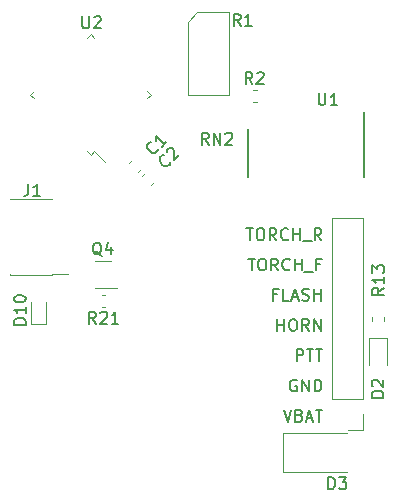
<source format=gbr>
G04 #@! TF.GenerationSoftware,KiCad,Pcbnew,(5.1.2)-2*
G04 #@! TF.CreationDate,2020-04-12T13:41:48-04:00*
G04 #@! TF.ProjectId,MotorcycleSwitch,4d6f746f-7263-4796-936c-655377697463,rev?*
G04 #@! TF.SameCoordinates,Original*
G04 #@! TF.FileFunction,Legend,Top*
G04 #@! TF.FilePolarity,Positive*
%FSLAX46Y46*%
G04 Gerber Fmt 4.6, Leading zero omitted, Abs format (unit mm)*
G04 Created by KiCad (PCBNEW (5.1.2)-2) date 2020-04-12 13:41:48*
%MOMM*%
%LPD*%
G04 APERTURE LIST*
%ADD10C,0.150000*%
%ADD11C,0.120000*%
%ADD12C,0.152400*%
G04 APERTURE END LIST*
D10*
X156486457Y-107232200D02*
X156819791Y-108232200D01*
X157153124Y-107232200D01*
X157819791Y-107708391D02*
X157962648Y-107756010D01*
X158010267Y-107803629D01*
X158057886Y-107898867D01*
X158057886Y-108041724D01*
X158010267Y-108136962D01*
X157962648Y-108184581D01*
X157867410Y-108232200D01*
X157486457Y-108232200D01*
X157486457Y-107232200D01*
X157819791Y-107232200D01*
X157915029Y-107279820D01*
X157962648Y-107327439D01*
X158010267Y-107422677D01*
X158010267Y-107517915D01*
X157962648Y-107613153D01*
X157915029Y-107660772D01*
X157819791Y-107708391D01*
X157486457Y-107708391D01*
X158438838Y-107946486D02*
X158915029Y-107946486D01*
X158343600Y-108232200D02*
X158676934Y-107232200D01*
X159010267Y-108232200D01*
X159200743Y-107232200D02*
X159772172Y-107232200D01*
X159486457Y-108232200D02*
X159486457Y-107232200D01*
X157581695Y-104720345D02*
X157486457Y-104672725D01*
X157343600Y-104672725D01*
X157200742Y-104720345D01*
X157105504Y-104815583D01*
X157057885Y-104910821D01*
X157010266Y-105101297D01*
X157010266Y-105244154D01*
X157057885Y-105434630D01*
X157105504Y-105529868D01*
X157200742Y-105625106D01*
X157343600Y-105672725D01*
X157438838Y-105672725D01*
X157581695Y-105625106D01*
X157629314Y-105577487D01*
X157629314Y-105244154D01*
X157438838Y-105244154D01*
X158057885Y-105672725D02*
X158057885Y-104672725D01*
X158629314Y-105672725D01*
X158629314Y-104672725D01*
X159105504Y-105672725D02*
X159105504Y-104672725D01*
X159343600Y-104672725D01*
X159486457Y-104720345D01*
X159581695Y-104815583D01*
X159629314Y-104910821D01*
X159676933Y-105101297D01*
X159676933Y-105244154D01*
X159629314Y-105434630D01*
X159581695Y-105529868D01*
X159486457Y-105625106D01*
X159343600Y-105672725D01*
X159105504Y-105672725D01*
X157581695Y-103113252D02*
X157581695Y-102113252D01*
X157962647Y-102113252D01*
X158057885Y-102160872D01*
X158105505Y-102208491D01*
X158153124Y-102303729D01*
X158153124Y-102446586D01*
X158105505Y-102541824D01*
X158057885Y-102589443D01*
X157962647Y-102637062D01*
X157581695Y-102637062D01*
X158438838Y-102113252D02*
X159010266Y-102113252D01*
X158724552Y-103113252D02*
X158724552Y-102113252D01*
X159200743Y-102113252D02*
X159772171Y-102113252D01*
X159486457Y-103113252D02*
X159486457Y-102113252D01*
X155962647Y-100553779D02*
X155962647Y-99553779D01*
X155962647Y-100029970D02*
X156534076Y-100029970D01*
X156534076Y-100553779D02*
X156534076Y-99553779D01*
X157200742Y-99553779D02*
X157391219Y-99553779D01*
X157486457Y-99601399D01*
X157581695Y-99696637D01*
X157629314Y-99887113D01*
X157629314Y-100220446D01*
X157581695Y-100410922D01*
X157486457Y-100506160D01*
X157391219Y-100553779D01*
X157200742Y-100553779D01*
X157105504Y-100506160D01*
X157010266Y-100410922D01*
X156962647Y-100220446D01*
X156962647Y-99887113D01*
X157010266Y-99696637D01*
X157105504Y-99601399D01*
X157200742Y-99553779D01*
X158629314Y-100553779D02*
X158295981Y-100077589D01*
X158057885Y-100553779D02*
X158057885Y-99553779D01*
X158438838Y-99553779D01*
X158534076Y-99601399D01*
X158581695Y-99649018D01*
X158629314Y-99744256D01*
X158629314Y-99887113D01*
X158581695Y-99982351D01*
X158534076Y-100029970D01*
X158438838Y-100077589D01*
X158057885Y-100077589D01*
X159057885Y-100553779D02*
X159057885Y-99553779D01*
X159629314Y-100553779D01*
X159629314Y-99553779D01*
X155915028Y-97470497D02*
X155581695Y-97470497D01*
X155581695Y-97994306D02*
X155581695Y-96994306D01*
X156057885Y-96994306D01*
X156915028Y-97994306D02*
X156438838Y-97994306D01*
X156438838Y-96994306D01*
X157200743Y-97708592D02*
X157676933Y-97708592D01*
X157105505Y-97994306D02*
X157438838Y-96994306D01*
X157772171Y-97994306D01*
X158057885Y-97946687D02*
X158200743Y-97994306D01*
X158438838Y-97994306D01*
X158534076Y-97946687D01*
X158581695Y-97899068D01*
X158629314Y-97803830D01*
X158629314Y-97708592D01*
X158581695Y-97613354D01*
X158534076Y-97565735D01*
X158438838Y-97518116D01*
X158248362Y-97470497D01*
X158153124Y-97422878D01*
X158105505Y-97375259D01*
X158057885Y-97280021D01*
X158057885Y-97184783D01*
X158105505Y-97089545D01*
X158153124Y-97041926D01*
X158248362Y-96994306D01*
X158486457Y-96994306D01*
X158629314Y-97041926D01*
X159057885Y-97994306D02*
X159057885Y-96994306D01*
X159057885Y-97470497D02*
X159629314Y-97470497D01*
X159629314Y-97994306D02*
X159629314Y-96994306D01*
X153486457Y-94434833D02*
X154057886Y-94434833D01*
X153772172Y-95434833D02*
X153772172Y-94434833D01*
X154581695Y-94434833D02*
X154772172Y-94434833D01*
X154867410Y-94482453D01*
X154962648Y-94577691D01*
X155010267Y-94768167D01*
X155010267Y-95101500D01*
X154962648Y-95291976D01*
X154867410Y-95387214D01*
X154772172Y-95434833D01*
X154581695Y-95434833D01*
X154486457Y-95387214D01*
X154391219Y-95291976D01*
X154343600Y-95101500D01*
X154343600Y-94768167D01*
X154391219Y-94577691D01*
X154486457Y-94482453D01*
X154581695Y-94434833D01*
X156010267Y-95434833D02*
X155676934Y-94958643D01*
X155438838Y-95434833D02*
X155438838Y-94434833D01*
X155819791Y-94434833D01*
X155915029Y-94482453D01*
X155962648Y-94530072D01*
X156010267Y-94625310D01*
X156010267Y-94768167D01*
X155962648Y-94863405D01*
X155915029Y-94911024D01*
X155819791Y-94958643D01*
X155438838Y-94958643D01*
X157010267Y-95339595D02*
X156962648Y-95387214D01*
X156819791Y-95434833D01*
X156724553Y-95434833D01*
X156581695Y-95387214D01*
X156486457Y-95291976D01*
X156438838Y-95196738D01*
X156391219Y-95006262D01*
X156391219Y-94863405D01*
X156438838Y-94672929D01*
X156486457Y-94577691D01*
X156581695Y-94482453D01*
X156724553Y-94434833D01*
X156819791Y-94434833D01*
X156962648Y-94482453D01*
X157010267Y-94530072D01*
X157438838Y-95434833D02*
X157438838Y-94434833D01*
X157438838Y-94911024D02*
X158010267Y-94911024D01*
X158010267Y-95434833D02*
X158010267Y-94434833D01*
X158248362Y-95530072D02*
X159010267Y-95530072D01*
X159581695Y-94911024D02*
X159248362Y-94911024D01*
X159248362Y-95434833D02*
X159248362Y-94434833D01*
X159724553Y-94434833D01*
X153343600Y-91875360D02*
X153915028Y-91875360D01*
X153629314Y-92875360D02*
X153629314Y-91875360D01*
X154438838Y-91875360D02*
X154629314Y-91875360D01*
X154724552Y-91922980D01*
X154819790Y-92018218D01*
X154867409Y-92208694D01*
X154867409Y-92542027D01*
X154819790Y-92732503D01*
X154724552Y-92827741D01*
X154629314Y-92875360D01*
X154438838Y-92875360D01*
X154343600Y-92827741D01*
X154248362Y-92732503D01*
X154200743Y-92542027D01*
X154200743Y-92208694D01*
X154248362Y-92018218D01*
X154343600Y-91922980D01*
X154438838Y-91875360D01*
X155867409Y-92875360D02*
X155534076Y-92399170D01*
X155295981Y-92875360D02*
X155295981Y-91875360D01*
X155676933Y-91875360D01*
X155772171Y-91922980D01*
X155819790Y-91970599D01*
X155867409Y-92065837D01*
X155867409Y-92208694D01*
X155819790Y-92303932D01*
X155772171Y-92351551D01*
X155676933Y-92399170D01*
X155295981Y-92399170D01*
X156867409Y-92780122D02*
X156819790Y-92827741D01*
X156676933Y-92875360D01*
X156581695Y-92875360D01*
X156438838Y-92827741D01*
X156343600Y-92732503D01*
X156295981Y-92637265D01*
X156248362Y-92446789D01*
X156248362Y-92303932D01*
X156295981Y-92113456D01*
X156343600Y-92018218D01*
X156438838Y-91922980D01*
X156581695Y-91875360D01*
X156676933Y-91875360D01*
X156819790Y-91922980D01*
X156867409Y-91970599D01*
X157295981Y-92875360D02*
X157295981Y-91875360D01*
X157295981Y-92351551D02*
X157867409Y-92351551D01*
X157867409Y-92875360D02*
X157867409Y-91875360D01*
X158105505Y-92970599D02*
X158867409Y-92970599D01*
X159676933Y-92875360D02*
X159343600Y-92399170D01*
X159105505Y-92875360D02*
X159105505Y-91875360D01*
X159486457Y-91875360D01*
X159581695Y-91922980D01*
X159629314Y-91970599D01*
X159676933Y-92065837D01*
X159676933Y-92208694D01*
X159629314Y-92303932D01*
X159581695Y-92351551D01*
X159486457Y-92399170D01*
X159105505Y-92399170D01*
D11*
X163755400Y-101156500D02*
X163755400Y-103441500D01*
X165225400Y-101156500D02*
X163755400Y-101156500D01*
X165225400Y-103441500D02*
X165225400Y-101156500D01*
D12*
X153500000Y-83499999D02*
X153500000Y-87500001D01*
X163300000Y-81999999D02*
X163300000Y-87500001D01*
D11*
X140466986Y-85349237D02*
X141379154Y-86261405D01*
X140148788Y-85667435D02*
X140466986Y-85349237D01*
X139830590Y-85349237D02*
X140148788Y-85667435D01*
X135043477Y-80562124D02*
X135361675Y-80243926D01*
X135361675Y-80880322D02*
X135043477Y-80562124D01*
X145254099Y-80562124D02*
X144935901Y-80880322D01*
X144935901Y-80243926D02*
X145254099Y-80562124D01*
X140148788Y-75456813D02*
X139830590Y-75775011D01*
X140466986Y-75775011D02*
X140148788Y-75456813D01*
X136335060Y-98113620D02*
X136335060Y-99963620D01*
X135135060Y-98113620D02*
X135135060Y-99963620D01*
X135135060Y-99963620D02*
X136335060Y-99963620D01*
X141400279Y-97540000D02*
X141074721Y-97540000D01*
X141400279Y-98560000D02*
X141074721Y-98560000D01*
X165000400Y-99679979D02*
X165000400Y-99354421D01*
X163980400Y-99679979D02*
X163980400Y-99354421D01*
X154196267Y-80140000D02*
X153853733Y-80140000D01*
X154196267Y-81160000D02*
X153853733Y-81160000D01*
X144754478Y-87224273D02*
X144524273Y-87454478D01*
X145475727Y-87945522D02*
X145245522Y-88175727D01*
X143654478Y-86124273D02*
X143424273Y-86354478D01*
X144375727Y-86845522D02*
X144145522Y-87075727D01*
X148350000Y-80575000D02*
X148350000Y-74375000D01*
X151850000Y-80575000D02*
X148350000Y-80575000D01*
X151850000Y-73575000D02*
X151850000Y-80575000D01*
X149150000Y-73575000D02*
X151850000Y-73575000D01*
X148350000Y-74375000D02*
X149150000Y-73575000D01*
X133335000Y-89430000D02*
X133335000Y-89365000D01*
X136865000Y-89430000D02*
X136865000Y-89365000D01*
X133335000Y-95835000D02*
X133335000Y-95770000D01*
X136865000Y-95835000D02*
X136865000Y-95770000D01*
X138190000Y-95770000D02*
X136865000Y-95770000D01*
X136865000Y-89365000D02*
X133335000Y-89365000D01*
X136865000Y-95835000D02*
X133335000Y-95835000D01*
X163230000Y-108930000D02*
X161900000Y-108930000D01*
X163230000Y-107600000D02*
X163230000Y-108930000D01*
X163230000Y-106330000D02*
X160570000Y-106330000D01*
X160570000Y-106330000D02*
X160570000Y-91030000D01*
X163230000Y-106330000D02*
X163230000Y-91030000D01*
X163230000Y-91030000D02*
X160570000Y-91030000D01*
X141900000Y-94640000D02*
X140500000Y-94640000D01*
X140500000Y-96960000D02*
X142400000Y-96960000D01*
X156450000Y-109200000D02*
X161850000Y-109200000D01*
X156450000Y-112500000D02*
X161850000Y-112500000D01*
X156450000Y-109200000D02*
X156450000Y-112500000D01*
D10*
X164942780Y-106198895D02*
X163942780Y-106198895D01*
X163942780Y-105960800D01*
X163990400Y-105817942D01*
X164085638Y-105722704D01*
X164180876Y-105675085D01*
X164371352Y-105627466D01*
X164514209Y-105627466D01*
X164704685Y-105675085D01*
X164799923Y-105722704D01*
X164895161Y-105817942D01*
X164942780Y-105960800D01*
X164942780Y-106198895D01*
X164038019Y-105246514D02*
X163990400Y-105198895D01*
X163942780Y-105103657D01*
X163942780Y-104865561D01*
X163990400Y-104770323D01*
X164038019Y-104722704D01*
X164133257Y-104675085D01*
X164228495Y-104675085D01*
X164371352Y-104722704D01*
X164942780Y-105294133D01*
X164942780Y-104675085D01*
X159461295Y-80427580D02*
X159461295Y-81237104D01*
X159508914Y-81332342D01*
X159556533Y-81379961D01*
X159651771Y-81427580D01*
X159842247Y-81427580D01*
X159937485Y-81379961D01*
X159985104Y-81332342D01*
X160032723Y-81237104D01*
X160032723Y-80427580D01*
X161032723Y-81427580D02*
X160461295Y-81427580D01*
X160747009Y-81427580D02*
X160747009Y-80427580D01*
X160651771Y-80570438D01*
X160556533Y-80665676D01*
X160461295Y-80713295D01*
X139446095Y-73925180D02*
X139446095Y-74734704D01*
X139493714Y-74829942D01*
X139541333Y-74877561D01*
X139636571Y-74925180D01*
X139827047Y-74925180D01*
X139922285Y-74877561D01*
X139969904Y-74829942D01*
X140017523Y-74734704D01*
X140017523Y-73925180D01*
X140446095Y-74020419D02*
X140493714Y-73972800D01*
X140588952Y-73925180D01*
X140827047Y-73925180D01*
X140922285Y-73972800D01*
X140969904Y-74020419D01*
X141017523Y-74115657D01*
X141017523Y-74210895D01*
X140969904Y-74353752D01*
X140398476Y-74925180D01*
X141017523Y-74925180D01*
X134645660Y-100027905D02*
X133645660Y-100027905D01*
X133645660Y-99789810D01*
X133693280Y-99646953D01*
X133788518Y-99551715D01*
X133883756Y-99504096D01*
X134074232Y-99456477D01*
X134217089Y-99456477D01*
X134407565Y-99504096D01*
X134502803Y-99551715D01*
X134598041Y-99646953D01*
X134645660Y-99789810D01*
X134645660Y-100027905D01*
X134645660Y-98504096D02*
X134645660Y-99075524D01*
X134645660Y-98789810D02*
X133645660Y-98789810D01*
X133788518Y-98885048D01*
X133883756Y-98980286D01*
X133931375Y-99075524D01*
X133645660Y-97885048D02*
X133645660Y-97789810D01*
X133693280Y-97694572D01*
X133740899Y-97646953D01*
X133836137Y-97599334D01*
X134026613Y-97551715D01*
X134264708Y-97551715D01*
X134455184Y-97599334D01*
X134550422Y-97646953D01*
X134598041Y-97694572D01*
X134645660Y-97789810D01*
X134645660Y-97885048D01*
X134598041Y-97980286D01*
X134550422Y-98027905D01*
X134455184Y-98075524D01*
X134264708Y-98123143D01*
X134026613Y-98123143D01*
X133836137Y-98075524D01*
X133740899Y-98027905D01*
X133693280Y-97980286D01*
X133645660Y-97885048D01*
X140594642Y-99932380D02*
X140261309Y-99456190D01*
X140023214Y-99932380D02*
X140023214Y-98932380D01*
X140404166Y-98932380D01*
X140499404Y-98980000D01*
X140547023Y-99027619D01*
X140594642Y-99122857D01*
X140594642Y-99265714D01*
X140547023Y-99360952D01*
X140499404Y-99408571D01*
X140404166Y-99456190D01*
X140023214Y-99456190D01*
X140975595Y-99027619D02*
X141023214Y-98980000D01*
X141118452Y-98932380D01*
X141356547Y-98932380D01*
X141451785Y-98980000D01*
X141499404Y-99027619D01*
X141547023Y-99122857D01*
X141547023Y-99218095D01*
X141499404Y-99360952D01*
X140927976Y-99932380D01*
X141547023Y-99932380D01*
X142499404Y-99932380D02*
X141927976Y-99932380D01*
X142213690Y-99932380D02*
X142213690Y-98932380D01*
X142118452Y-99075238D01*
X142023214Y-99170476D01*
X141927976Y-99218095D01*
X164993580Y-96908857D02*
X164517390Y-97242190D01*
X164993580Y-97480285D02*
X163993580Y-97480285D01*
X163993580Y-97099333D01*
X164041200Y-97004095D01*
X164088819Y-96956476D01*
X164184057Y-96908857D01*
X164326914Y-96908857D01*
X164422152Y-96956476D01*
X164469771Y-97004095D01*
X164517390Y-97099333D01*
X164517390Y-97480285D01*
X164993580Y-95956476D02*
X164993580Y-96527904D01*
X164993580Y-96242190D02*
X163993580Y-96242190D01*
X164136438Y-96337428D01*
X164231676Y-96432666D01*
X164279295Y-96527904D01*
X163993580Y-95623142D02*
X163993580Y-95004095D01*
X164374533Y-95337428D01*
X164374533Y-95194571D01*
X164422152Y-95099333D01*
X164469771Y-95051714D01*
X164565009Y-95004095D01*
X164803104Y-95004095D01*
X164898342Y-95051714D01*
X164945961Y-95099333D01*
X164993580Y-95194571D01*
X164993580Y-95480285D01*
X164945961Y-95575523D01*
X164898342Y-95623142D01*
X153848773Y-79634340D02*
X153515440Y-79158150D01*
X153277344Y-79634340D02*
X153277344Y-78634340D01*
X153658297Y-78634340D01*
X153753535Y-78681960D01*
X153801154Y-78729579D01*
X153848773Y-78824817D01*
X153848773Y-78967674D01*
X153801154Y-79062912D01*
X153753535Y-79110531D01*
X153658297Y-79158150D01*
X153277344Y-79158150D01*
X154229725Y-78729579D02*
X154277344Y-78681960D01*
X154372582Y-78634340D01*
X154610678Y-78634340D01*
X154705916Y-78681960D01*
X154753535Y-78729579D01*
X154801154Y-78824817D01*
X154801154Y-78920055D01*
X154753535Y-79062912D01*
X154182106Y-79634340D01*
X154801154Y-79634340D01*
X146895887Y-86273189D02*
X146895887Y-86340532D01*
X146828543Y-86475219D01*
X146761200Y-86542563D01*
X146626512Y-86609906D01*
X146491825Y-86609906D01*
X146390810Y-86576235D01*
X146222451Y-86475219D01*
X146121436Y-86374204D01*
X146020421Y-86205845D01*
X145986749Y-86104830D01*
X145986749Y-85970143D01*
X146054093Y-85835456D01*
X146121436Y-85768112D01*
X146256123Y-85700769D01*
X146323467Y-85700769D01*
X146592841Y-85431395D02*
X146592841Y-85364051D01*
X146626512Y-85263036D01*
X146794871Y-85094677D01*
X146895887Y-85061006D01*
X146963230Y-85061006D01*
X147064245Y-85094677D01*
X147131589Y-85162021D01*
X147198932Y-85296708D01*
X147198932Y-86104830D01*
X147636665Y-85667097D01*
X145829087Y-85155589D02*
X145829087Y-85222932D01*
X145761743Y-85357619D01*
X145694400Y-85424963D01*
X145559712Y-85492306D01*
X145425025Y-85492306D01*
X145324010Y-85458635D01*
X145155651Y-85357619D01*
X145054636Y-85256604D01*
X144953621Y-85088245D01*
X144919949Y-84987230D01*
X144919949Y-84852543D01*
X144987293Y-84717856D01*
X145054636Y-84650512D01*
X145189323Y-84583169D01*
X145256667Y-84583169D01*
X146569865Y-84549497D02*
X146165804Y-84953558D01*
X146367835Y-84751528D02*
X145660728Y-84044421D01*
X145694400Y-84212780D01*
X145694400Y-84347467D01*
X145660728Y-84448482D01*
X152842933Y-74721980D02*
X152509600Y-74245790D01*
X152271504Y-74721980D02*
X152271504Y-73721980D01*
X152652457Y-73721980D01*
X152747695Y-73769600D01*
X152795314Y-73817219D01*
X152842933Y-73912457D01*
X152842933Y-74055314D01*
X152795314Y-74150552D01*
X152747695Y-74198171D01*
X152652457Y-74245790D01*
X152271504Y-74245790D01*
X153795314Y-74721980D02*
X153223885Y-74721980D01*
X153509600Y-74721980D02*
X153509600Y-73721980D01*
X153414361Y-73864838D01*
X153319123Y-73960076D01*
X153223885Y-74007695D01*
X150134723Y-84780380D02*
X149801390Y-84304190D01*
X149563295Y-84780380D02*
X149563295Y-83780380D01*
X149944247Y-83780380D01*
X150039485Y-83828000D01*
X150087104Y-83875619D01*
X150134723Y-83970857D01*
X150134723Y-84113714D01*
X150087104Y-84208952D01*
X150039485Y-84256571D01*
X149944247Y-84304190D01*
X149563295Y-84304190D01*
X150563295Y-84780380D02*
X150563295Y-83780380D01*
X151134723Y-84780380D01*
X151134723Y-83780380D01*
X151563295Y-83875619D02*
X151610914Y-83828000D01*
X151706152Y-83780380D01*
X151944247Y-83780380D01*
X152039485Y-83828000D01*
X152087104Y-83875619D01*
X152134723Y-83970857D01*
X152134723Y-84066095D01*
X152087104Y-84208952D01*
X151515676Y-84780380D01*
X152134723Y-84780380D01*
X134863246Y-88111080D02*
X134863246Y-88825366D01*
X134815627Y-88968223D01*
X134720389Y-89063461D01*
X134577532Y-89111080D01*
X134482294Y-89111080D01*
X135863246Y-89111080D02*
X135291818Y-89111080D01*
X135577532Y-89111080D02*
X135577532Y-88111080D01*
X135482294Y-88253938D01*
X135387056Y-88349176D01*
X135291818Y-88396795D01*
X141074761Y-94177619D02*
X140979523Y-94130000D01*
X140884285Y-94034761D01*
X140741428Y-93891904D01*
X140646190Y-93844285D01*
X140550952Y-93844285D01*
X140598571Y-94082380D02*
X140503333Y-94034761D01*
X140408095Y-93939523D01*
X140360476Y-93749047D01*
X140360476Y-93415714D01*
X140408095Y-93225238D01*
X140503333Y-93130000D01*
X140598571Y-93082380D01*
X140789047Y-93082380D01*
X140884285Y-93130000D01*
X140979523Y-93225238D01*
X141027142Y-93415714D01*
X141027142Y-93749047D01*
X140979523Y-93939523D01*
X140884285Y-94034761D01*
X140789047Y-94082380D01*
X140598571Y-94082380D01*
X141884285Y-93415714D02*
X141884285Y-94082380D01*
X141646190Y-93034761D02*
X141408095Y-93749047D01*
X142027142Y-93749047D01*
X160285204Y-113954820D02*
X160285204Y-112954820D01*
X160523300Y-112954820D01*
X160666157Y-113002440D01*
X160761395Y-113097678D01*
X160809014Y-113192916D01*
X160856633Y-113383392D01*
X160856633Y-113526249D01*
X160809014Y-113716725D01*
X160761395Y-113811963D01*
X160666157Y-113907201D01*
X160523300Y-113954820D01*
X160285204Y-113954820D01*
X161189966Y-112954820D02*
X161809014Y-112954820D01*
X161475680Y-113335773D01*
X161618538Y-113335773D01*
X161713776Y-113383392D01*
X161761395Y-113431011D01*
X161809014Y-113526249D01*
X161809014Y-113764344D01*
X161761395Y-113859582D01*
X161713776Y-113907201D01*
X161618538Y-113954820D01*
X161332823Y-113954820D01*
X161237585Y-113907201D01*
X161189966Y-113859582D01*
M02*

</source>
